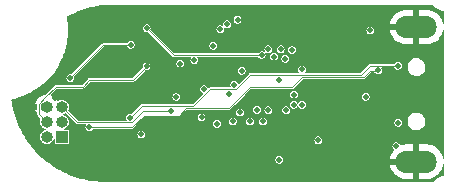
<source format=gbr>
%TF.GenerationSoftware,KiCad,Pcbnew,7.0.7*%
%TF.CreationDate,2023-12-11T16:01:13+01:00*%
%TF.ProjectId,ovrdrive,6f767264-7269-4766-952e-6b696361645f,rev?*%
%TF.SameCoordinates,Original*%
%TF.FileFunction,Copper,L3,Inr*%
%TF.FilePolarity,Positive*%
%FSLAX46Y46*%
G04 Gerber Fmt 4.6, Leading zero omitted, Abs format (unit mm)*
G04 Created by KiCad (PCBNEW 7.0.7) date 2023-12-11 16:01:13*
%MOMM*%
%LPD*%
G01*
G04 APERTURE LIST*
%TA.AperFunction,ComponentPad*%
%ADD10O,3.500000X1.900000*%
%TD*%
%TA.AperFunction,ComponentPad*%
%ADD11R,1.000000X1.000000*%
%TD*%
%TA.AperFunction,ComponentPad*%
%ADD12O,1.000000X1.000000*%
%TD*%
%TA.AperFunction,ViaPad*%
%ADD13C,0.460000*%
%TD*%
%TA.AperFunction,Conductor*%
%ADD14C,0.100000*%
%TD*%
G04 APERTURE END LIST*
D10*
%TO.N,GND*%
%TO.C,J1*%
X142100000Y-98500000D03*
X142100000Y-109900000D03*
%TD*%
D11*
%TO.N,/MISO*%
%TO.C,J3*%
X112070000Y-107800000D03*
D12*
%TO.N,+5V*%
X110800000Y-107800000D03*
%TO.N,/SCK*%
X112070000Y-106530000D03*
%TO.N,/MOSI*%
X110800000Y-106530000D03*
%TO.N,/~{RST}*%
X112070000Y-105260000D03*
%TO.N,GND*%
X110800000Y-105260000D03*
%TD*%
D13*
%TO.N,+1V8*%
X131750000Y-104220000D03*
X127300000Y-102200000D03*
X128600000Y-105500000D03*
X131000000Y-101200000D03*
%TO.N,/MOSI*%
X119243348Y-101843348D03*
%TO.N,/~{RST}*%
X121283771Y-105600000D03*
%TO.N,/INHIBIT*%
X117900000Y-100000000D03*
X112800000Y-102829500D03*
%TO.N,Net-(JP1-B)*%
X130500000Y-109750000D03*
%TO.N,/RB1*%
X131550000Y-100450000D03*
%TO.N,/RB0*%
X130050000Y-101010000D03*
%TO.N,/~{CE1}*%
X130450000Y-102950000D03*
%TO.N,/DQS*%
X129550000Y-105540500D03*
%TO.N,Net-(U2A-~{CE})*%
X122100000Y-101600000D03*
%TO.N,/~{CE3}*%
X131050000Y-105540500D03*
%TO.N,/~{CE2}*%
X131700000Y-105100000D03*
%TO.N,/~{RE}*%
X129550000Y-100400000D03*
%TO.N,/~{CE}*%
X119250000Y-98600000D03*
X128991864Y-100879856D03*
%TO.N,/~{WP}*%
X123900000Y-106150000D03*
%TO.N,/~{WE}*%
X125200000Y-106700000D03*
%TO.N,/ALE*%
X126550000Y-106500000D03*
%TO.N,/CLE*%
X127150000Y-105740500D03*
%TO.N,+3.3V*%
X128000000Y-106500000D03*
X130600000Y-100400000D03*
X140570500Y-106600000D03*
X132400000Y-102100000D03*
X129100000Y-106500000D03*
X123300000Y-101304500D03*
X132400000Y-105100000D03*
%TO.N,GND*%
X108900000Y-105600000D03*
X139600000Y-97400000D03*
X119800000Y-106500000D03*
X117600000Y-109800000D03*
X118200000Y-98400000D03*
X143600000Y-106600000D03*
X132350000Y-101200000D03*
X136500000Y-108600000D03*
X133000000Y-99000000D03*
X114600000Y-99200000D03*
X132500000Y-109000000D03*
X139750000Y-110950000D03*
X114100000Y-107900000D03*
X143600000Y-100400000D03*
X126950000Y-97150000D03*
X122550000Y-105950000D03*
X135500000Y-97050000D03*
X119900000Y-101300000D03*
X126400000Y-100400000D03*
X113350000Y-109800000D03*
X111500000Y-104500000D03*
X122100000Y-99400000D03*
X131000000Y-110600000D03*
X124600000Y-107400000D03*
X126300000Y-110800000D03*
X137000000Y-100400000D03*
X117600000Y-103800000D03*
%TO.N,+5V*%
X138200000Y-98800000D03*
X118800000Y-107600000D03*
X133800000Y-108095500D03*
%TO.N,/FD7*%
X126950000Y-97900000D03*
%TO.N,/FD6*%
X126072701Y-98279500D03*
%TO.N,/FD5*%
X125500000Y-98700000D03*
%TO.N,/FD4*%
X124900000Y-100100000D03*
%TO.N,/FD3*%
X126677375Y-103384648D03*
%TO.N,/FD2*%
X124104500Y-103764148D03*
%TO.N,/FD1*%
X121770207Y-104429793D03*
%TO.N,/FD0*%
X126204500Y-104150000D03*
%TO.N,VMEM*%
X140400000Y-108600000D03*
X137800000Y-104400000D03*
%TO.N,/IN1*%
X140520500Y-101800000D03*
X117845500Y-106200000D03*
%TO.N,/IN2*%
X138825627Y-102157685D03*
X114400000Y-107000000D03*
%TD*%
D14*
%TO.N,/MOSI*%
X113829619Y-103570381D02*
X114400000Y-103000000D01*
X114400000Y-103000000D02*
X116400000Y-103000000D01*
X110670381Y-104470381D02*
X111570381Y-103570381D01*
X119243348Y-101843348D02*
X118086696Y-103000000D01*
X110150000Y-104990761D02*
X110150000Y-105880000D01*
X110150000Y-105880000D02*
X110800000Y-106530000D01*
X110670381Y-104470381D02*
X110150000Y-104990761D01*
X118086696Y-103000000D02*
X116400000Y-103000000D01*
X111570381Y-103570381D02*
X113829619Y-103570381D01*
%TO.N,/~{RST}*%
X118982902Y-105600000D02*
X118002902Y-106580000D01*
X113390000Y-106580000D02*
X112070000Y-105260000D01*
X118002902Y-106580000D02*
X113390000Y-106580000D01*
X121283771Y-105600000D02*
X118982902Y-105600000D01*
%TO.N,/INHIBIT*%
X112800000Y-102800000D02*
X114700000Y-100900000D01*
X117900000Y-100000000D02*
X115600000Y-100000000D01*
X112800000Y-102829500D02*
X112800000Y-102800000D01*
X115600000Y-100000000D02*
X114700000Y-100900000D01*
%TO.N,/~{CE}*%
X121529856Y-100879856D02*
X119250000Y-98600000D01*
X128991864Y-100879856D02*
X121529856Y-100879856D01*
%TO.N,/IN1*%
X117845500Y-106200000D02*
X118845500Y-105200000D01*
X123207050Y-105200000D02*
X119800000Y-105200000D01*
X124642402Y-103764648D02*
X123207050Y-105200000D01*
X138000000Y-101950000D02*
X137380000Y-102570000D01*
X138150000Y-101800000D02*
X138172315Y-101777685D01*
X140498185Y-101777685D02*
X140520500Y-101800000D01*
X139577685Y-101777685D02*
X140498185Y-101777685D01*
X137380000Y-102570000D02*
X128029425Y-102570000D01*
X138000000Y-101950000D02*
X138150000Y-101800000D01*
X138172315Y-101777685D02*
X139577685Y-101777685D01*
X126834777Y-103764648D02*
X124642402Y-103764648D01*
X128029425Y-102570000D02*
X126834777Y-103764648D01*
X118845500Y-105200000D02*
X119800000Y-105200000D01*
%TO.N,/IN2*%
X132430000Y-102770000D02*
X137630000Y-102770000D01*
X114400000Y-107000000D02*
X118000000Y-107000000D01*
X137630000Y-102770000D02*
X138200000Y-102200000D01*
X118000000Y-107000000D02*
X119000000Y-106000000D01*
X126200000Y-105400000D02*
X128000000Y-103600000D01*
X121962598Y-106000000D02*
X122562598Y-105400000D01*
X131600000Y-103600000D02*
X132430000Y-102770000D01*
X128000000Y-103600000D02*
X131600000Y-103600000D01*
X122562598Y-105400000D02*
X126200000Y-105400000D01*
X138783312Y-102200000D02*
X138825627Y-102157685D01*
X138200000Y-102200000D02*
X138783312Y-102200000D01*
X119000000Y-106000000D02*
X121962598Y-106000000D01*
%TD*%
%TA.AperFunction,Conductor*%
%TO.N,GND*%
G36*
X110518440Y-105020352D02*
G01*
X110532792Y-105055000D01*
X110521328Y-105086497D01*
X110514198Y-105094993D01*
X110488409Y-105165852D01*
X110475000Y-105202694D01*
X110475000Y-105317306D01*
X110487081Y-105350500D01*
X110514198Y-105425006D01*
X110521328Y-105433503D01*
X110532606Y-105469270D01*
X110515289Y-105502536D01*
X110483792Y-105514000D01*
X110349500Y-105514000D01*
X110314852Y-105499648D01*
X110300500Y-105465000D01*
X110300500Y-105073395D01*
X110314851Y-105038748D01*
X110333249Y-105020350D01*
X110367896Y-105006000D01*
X110483792Y-105006000D01*
X110518440Y-105020352D01*
G37*
%TD.AperFunction*%
%TA.AperFunction,Conductor*%
G36*
X143496587Y-96638571D02*
G01*
X143498948Y-96641105D01*
X143535977Y-96683793D01*
X143557533Y-96708643D01*
X143725459Y-96856897D01*
X143798720Y-96906051D01*
X143911470Y-96981700D01*
X144112322Y-97080875D01*
X144324501Y-97152687D01*
X144394379Y-97166368D01*
X144425623Y-97187109D01*
X144433963Y-97214455D01*
X144433963Y-98243065D01*
X144419611Y-98277713D01*
X144384963Y-98292065D01*
X144350315Y-98277713D01*
X144336631Y-98251130D01*
X144318229Y-98140853D01*
X144239774Y-97912323D01*
X144239770Y-97912313D01*
X144124777Y-97699825D01*
X144124768Y-97699811D01*
X143976364Y-97509141D01*
X143798588Y-97345488D01*
X143596313Y-97213335D01*
X143596307Y-97213331D01*
X143375036Y-97116273D01*
X143375037Y-97116273D01*
X143140801Y-97056956D01*
X142960303Y-97042000D01*
X142354000Y-97042000D01*
X142354000Y-98001000D01*
X142339648Y-98035648D01*
X142305000Y-98050000D01*
X141895000Y-98050000D01*
X141860352Y-98035648D01*
X141846000Y-98001000D01*
X141846000Y-97042000D01*
X141239697Y-97042000D01*
X141059198Y-97056956D01*
X140824963Y-97116273D01*
X140603692Y-97213331D01*
X140603686Y-97213335D01*
X140401411Y-97345488D01*
X140223635Y-97509141D01*
X140075231Y-97699811D01*
X140075222Y-97699825D01*
X139960229Y-97912313D01*
X139960225Y-97912323D01*
X139881770Y-98140853D01*
X139864225Y-98246000D01*
X140842162Y-98246000D01*
X140876810Y-98260352D01*
X140891162Y-98295000D01*
X140884597Y-98319497D01*
X140877371Y-98332013D01*
X140876376Y-98333738D01*
X140876374Y-98333744D01*
X140846190Y-98465988D01*
X140846190Y-98465991D01*
X140846190Y-98465992D01*
X140847561Y-98484282D01*
X140856326Y-98601260D01*
X140856326Y-98601262D01*
X140856327Y-98601265D01*
X140890014Y-98687099D01*
X140889314Y-98724594D01*
X140862304Y-98750613D01*
X140844402Y-98754000D01*
X139864225Y-98754000D01*
X139881770Y-98859146D01*
X139960225Y-99087676D01*
X139960229Y-99087686D01*
X140075222Y-99300174D01*
X140075231Y-99300188D01*
X140223635Y-99490858D01*
X140401411Y-99654511D01*
X140603686Y-99786664D01*
X140603692Y-99786668D01*
X140824963Y-99883726D01*
X140824962Y-99883726D01*
X141059198Y-99943043D01*
X141239697Y-99958000D01*
X141846000Y-99958000D01*
X141846000Y-98999000D01*
X141860352Y-98964352D01*
X141895000Y-98950000D01*
X142305000Y-98950000D01*
X142339648Y-98964352D01*
X142354000Y-98999000D01*
X142354000Y-99958000D01*
X142960303Y-99958000D01*
X143140801Y-99943043D01*
X143375036Y-99883726D01*
X143596307Y-99786668D01*
X143596313Y-99786664D01*
X143798588Y-99654511D01*
X143976364Y-99490858D01*
X144124768Y-99300188D01*
X144124777Y-99300174D01*
X144239770Y-99087686D01*
X144239774Y-99087676D01*
X144318229Y-98859146D01*
X144336631Y-98748869D01*
X144356490Y-98717056D01*
X144393028Y-98708602D01*
X144424841Y-98728461D01*
X144433963Y-98756934D01*
X144433963Y-109643065D01*
X144419611Y-109677713D01*
X144384963Y-109692065D01*
X144350315Y-109677713D01*
X144336631Y-109651130D01*
X144318229Y-109540853D01*
X144239774Y-109312323D01*
X144239770Y-109312313D01*
X144124777Y-109099825D01*
X144124768Y-109099811D01*
X143976364Y-108909141D01*
X143798588Y-108745488D01*
X143596313Y-108613335D01*
X143596307Y-108613331D01*
X143375036Y-108516273D01*
X143375037Y-108516273D01*
X143140801Y-108456956D01*
X142960303Y-108442000D01*
X142354000Y-108442000D01*
X142354000Y-109401000D01*
X142339648Y-109435648D01*
X142305000Y-109450000D01*
X141895000Y-109450000D01*
X141860352Y-109435648D01*
X141846000Y-109401000D01*
X141846000Y-108442000D01*
X141239697Y-108442000D01*
X141059198Y-108456956D01*
X140824962Y-108516273D01*
X140824958Y-108516274D01*
X140785418Y-108533618D01*
X140747923Y-108534393D01*
X140720863Y-108508427D01*
X140717482Y-108497260D01*
X140715359Y-108485219D01*
X140681169Y-108426000D01*
X140657084Y-108384283D01*
X140657082Y-108384280D01*
X140567799Y-108309364D01*
X140567797Y-108309363D01*
X140458276Y-108269500D01*
X140341724Y-108269500D01*
X140232202Y-108309363D01*
X140232200Y-108309364D01*
X140142917Y-108384280D01*
X140142915Y-108384283D01*
X140084641Y-108485216D01*
X140064402Y-108600000D01*
X140084641Y-108714783D01*
X140142915Y-108815716D01*
X140142917Y-108815719D01*
X140199551Y-108863240D01*
X140216868Y-108896505D01*
X140206722Y-108930872D01*
X140075231Y-109099811D01*
X140075222Y-109099825D01*
X139960229Y-109312313D01*
X139960225Y-109312323D01*
X139881770Y-109540853D01*
X139864225Y-109646000D01*
X140842162Y-109646000D01*
X140876810Y-109660352D01*
X140891162Y-109695000D01*
X140884597Y-109719497D01*
X140877371Y-109732013D01*
X140876376Y-109733738D01*
X140876374Y-109733744D01*
X140846190Y-109865988D01*
X140856326Y-110001260D01*
X140856326Y-110001262D01*
X140856327Y-110001265D01*
X140890014Y-110087099D01*
X140889314Y-110124594D01*
X140862304Y-110150613D01*
X140844402Y-110154000D01*
X139864225Y-110154000D01*
X139881770Y-110259146D01*
X139960225Y-110487676D01*
X139960229Y-110487686D01*
X140075222Y-110700174D01*
X140075231Y-110700188D01*
X140223635Y-110890858D01*
X140401411Y-111054511D01*
X140603686Y-111186664D01*
X140603692Y-111186668D01*
X140824963Y-111283726D01*
X140824962Y-111283726D01*
X141059198Y-111343043D01*
X141239697Y-111358000D01*
X141846000Y-111358000D01*
X141846000Y-110399000D01*
X141860352Y-110364352D01*
X141895000Y-110350000D01*
X142305000Y-110350000D01*
X142339648Y-110364352D01*
X142354000Y-110399000D01*
X142354000Y-111358000D01*
X142960303Y-111358000D01*
X143140801Y-111343043D01*
X143375036Y-111283726D01*
X143596307Y-111186668D01*
X143596313Y-111186664D01*
X143798588Y-111054511D01*
X143976364Y-110890858D01*
X144124768Y-110700188D01*
X144124777Y-110700174D01*
X144239770Y-110487686D01*
X144239774Y-110487676D01*
X144318229Y-110259146D01*
X144336631Y-110148869D01*
X144356490Y-110117056D01*
X144393028Y-110108602D01*
X144424841Y-110128461D01*
X144433963Y-110156934D01*
X144433963Y-111032991D01*
X144419611Y-111067639D01*
X144394378Y-111081078D01*
X144324505Y-111094758D01*
X144324503Y-111094758D01*
X144324501Y-111094759D01*
X144251675Y-111119405D01*
X144112321Y-111166568D01*
X143911471Y-111265739D01*
X143911472Y-111265739D01*
X143773957Y-111358000D01*
X143725451Y-111390543D01*
X143557531Y-111538785D01*
X143498939Y-111606328D01*
X143465393Y-111623096D01*
X143461925Y-111623219D01*
X115820682Y-111623219D01*
X115820286Y-111623055D01*
X115800496Y-111623215D01*
X115800022Y-111623218D01*
X115799996Y-111623218D01*
X115541709Y-111616709D01*
X115464090Y-111614754D01*
X115268165Y-111609523D01*
X115266585Y-111609430D01*
X114964291Y-111581768D01*
X114729708Y-111559184D01*
X114728217Y-111558995D01*
X114438367Y-111513018D01*
X114195887Y-111472597D01*
X114194488Y-111472322D01*
X113912514Y-111408267D01*
X113776671Y-111375831D01*
X113669133Y-111350153D01*
X113667835Y-111349805D01*
X113392972Y-111267952D01*
X113151900Y-111192429D01*
X113150696Y-111192017D01*
X112883164Y-111092690D01*
X112646546Y-111000152D01*
X112645444Y-110999690D01*
X112385860Y-110883281D01*
X112307264Y-110846087D01*
X112155375Y-110774208D01*
X112154376Y-110773707D01*
X111903535Y-110640678D01*
X111680152Y-110515371D01*
X111635367Y-110487686D01*
X111438523Y-110366000D01*
X111436009Y-110364352D01*
X111275578Y-110259146D01*
X111224033Y-110225344D01*
X110992980Y-110060483D01*
X110788583Y-109905220D01*
X110598897Y-109750000D01*
X130164402Y-109750000D01*
X130184641Y-109864783D01*
X130242915Y-109965716D01*
X130242917Y-109965719D01*
X130285280Y-110001265D01*
X130332201Y-110040636D01*
X130441724Y-110080500D01*
X130558276Y-110080500D01*
X130667799Y-110040636D01*
X130757083Y-109965718D01*
X130815359Y-109864781D01*
X130835598Y-109750000D01*
X130815359Y-109635219D01*
X130815358Y-109635217D01*
X130815358Y-109635216D01*
X130757084Y-109534283D01*
X130757082Y-109534280D01*
X130667799Y-109459364D01*
X130667797Y-109459363D01*
X130558276Y-109419500D01*
X130441724Y-109419500D01*
X130332202Y-109459363D01*
X130332200Y-109459364D01*
X130242917Y-109534280D01*
X130242915Y-109534283D01*
X130184641Y-109635216D01*
X130164402Y-109750000D01*
X110598897Y-109750000D01*
X110569006Y-109725540D01*
X110562104Y-109719501D01*
X110375769Y-109556456D01*
X110168552Y-109362691D01*
X109987508Y-109180688D01*
X109793453Y-108973580D01*
X109625555Y-108779640D01*
X109445448Y-108559994D01*
X109291586Y-108355205D01*
X109280153Y-108339216D01*
X109126421Y-108124218D01*
X109125834Y-108123357D01*
X109016008Y-107953934D01*
X108987127Y-107909380D01*
X108922370Y-107804863D01*
X108837260Y-107667493D01*
X108836669Y-107666485D01*
X108810663Y-107619545D01*
X108713563Y-107444283D01*
X108680234Y-107381591D01*
X108616012Y-107260787D01*
X108579583Y-107192263D01*
X108579015Y-107191125D01*
X108472168Y-106962224D01*
X108354557Y-106700666D01*
X108354051Y-106699455D01*
X108264102Y-106465826D01*
X108254721Y-106440636D01*
X108163205Y-106194902D01*
X108162772Y-106193627D01*
X108090489Y-105958550D01*
X108006458Y-105677414D01*
X108006082Y-105675999D01*
X107952549Y-105446437D01*
X107885001Y-105150467D01*
X107884702Y-105148934D01*
X107861651Y-105006000D01*
X109823692Y-105006000D01*
X109950500Y-105006000D01*
X109985148Y-105020352D01*
X109999500Y-105055000D01*
X109999500Y-105465000D01*
X109985148Y-105499648D01*
X109950500Y-105514000D01*
X109823693Y-105514000D01*
X109864223Y-105647608D01*
X109864226Y-105647615D01*
X109957826Y-105822727D01*
X109957828Y-105822730D01*
X109988377Y-105859952D01*
X109999500Y-105891038D01*
X109999500Y-105920327D01*
X110006531Y-105932505D01*
X110011425Y-105944322D01*
X110015063Y-105957900D01*
X110015064Y-105957902D01*
X110015065Y-105957904D01*
X110072095Y-106014935D01*
X110078986Y-106021826D01*
X110078989Y-106021828D01*
X110254906Y-106197745D01*
X110269258Y-106232393D01*
X110265528Y-106251144D01*
X110214955Y-106373238D01*
X110194318Y-106529999D01*
X110214955Y-106686761D01*
X110275461Y-106832836D01*
X110275464Y-106832841D01*
X110366297Y-106951218D01*
X110371718Y-106958282D01*
X110497159Y-107054536D01*
X110497161Y-107054536D01*
X110497163Y-107054538D01*
X110643238Y-107115044D01*
X110653681Y-107116419D01*
X110686159Y-107135171D01*
X110695866Y-107171396D01*
X110677114Y-107203874D01*
X110653681Y-107213581D01*
X110643238Y-107214955D01*
X110497163Y-107275461D01*
X110497158Y-107275464D01*
X110371718Y-107371717D01*
X110371717Y-107371718D01*
X110275464Y-107497158D01*
X110275461Y-107497163D01*
X110214955Y-107643238D01*
X110194318Y-107800000D01*
X110214955Y-107956761D01*
X110275461Y-108102836D01*
X110275464Y-108102841D01*
X110371718Y-108228282D01*
X110497159Y-108324536D01*
X110497161Y-108324536D01*
X110497163Y-108324538D01*
X110571200Y-108355205D01*
X110643238Y-108385044D01*
X110800000Y-108405682D01*
X110956762Y-108385044D01*
X111102841Y-108324536D01*
X111228282Y-108228282D01*
X111324536Y-108102841D01*
X111375231Y-107980451D01*
X111401748Y-107953934D01*
X111439251Y-107953934D01*
X111465770Y-107980452D01*
X111469500Y-107999204D01*
X111469500Y-108309894D01*
X111469501Y-108309898D01*
X111475331Y-108339213D01*
X111475331Y-108339214D01*
X111475332Y-108339215D01*
X111475332Y-108339216D01*
X111497542Y-108372456D01*
X111497543Y-108372457D01*
X111530787Y-108394669D01*
X111560101Y-108400500D01*
X112579898Y-108400499D01*
X112609213Y-108394669D01*
X112642457Y-108372457D01*
X112664669Y-108339213D01*
X112670500Y-108309899D01*
X112670500Y-108095500D01*
X133464402Y-108095500D01*
X133469314Y-108123357D01*
X133484641Y-108210283D01*
X133542915Y-108311216D01*
X133542917Y-108311219D01*
X133615898Y-108372456D01*
X133632201Y-108386136D01*
X133741724Y-108426000D01*
X133858276Y-108426000D01*
X133967799Y-108386136D01*
X134057083Y-108311218D01*
X134115359Y-108210281D01*
X134135598Y-108095500D01*
X134115359Y-107980719D01*
X134115358Y-107980717D01*
X134115358Y-107980716D01*
X134057084Y-107879783D01*
X134057082Y-107879780D01*
X133967799Y-107804864D01*
X133967797Y-107804863D01*
X133858276Y-107765000D01*
X133741724Y-107765000D01*
X133632202Y-107804863D01*
X133632200Y-107804864D01*
X133542917Y-107879780D01*
X133542915Y-107879783D01*
X133484641Y-107980716D01*
X133470764Y-108059419D01*
X133464402Y-108095500D01*
X112670500Y-108095500D01*
X112670499Y-107600000D01*
X118464402Y-107600000D01*
X118484641Y-107714783D01*
X118542915Y-107815716D01*
X118542917Y-107815719D01*
X118619263Y-107879780D01*
X118632201Y-107890636D01*
X118741724Y-107930500D01*
X118858276Y-107930500D01*
X118967799Y-107890636D01*
X119057083Y-107815718D01*
X119115359Y-107714781D01*
X119135598Y-107600000D01*
X119115359Y-107485219D01*
X119115358Y-107485217D01*
X119115358Y-107485216D01*
X119057084Y-107384283D01*
X119057082Y-107384280D01*
X118967799Y-107309364D01*
X118967797Y-107309363D01*
X118858276Y-107269500D01*
X118741724Y-107269500D01*
X118632202Y-107309363D01*
X118632200Y-107309364D01*
X118542917Y-107384280D01*
X118542915Y-107384283D01*
X118484641Y-107485216D01*
X118464402Y-107600000D01*
X112670499Y-107600000D01*
X112670499Y-107290102D01*
X112664669Y-107260787D01*
X112664667Y-107260784D01*
X112664667Y-107260783D01*
X112642457Y-107227543D01*
X112609212Y-107205330D01*
X112579904Y-107199500D01*
X112269205Y-107199500D01*
X112234557Y-107185148D01*
X112220205Y-107150500D01*
X112234557Y-107115852D01*
X112250452Y-107105231D01*
X112372841Y-107054536D01*
X112498282Y-106958282D01*
X112594536Y-106832841D01*
X112655044Y-106686762D01*
X112675682Y-106530000D01*
X112655044Y-106373238D01*
X112630830Y-106314781D01*
X112594538Y-106227163D01*
X112594535Y-106227158D01*
X112580880Y-106209363D01*
X112498282Y-106101718D01*
X112458249Y-106071000D01*
X112372841Y-106005464D01*
X112372836Y-106005461D01*
X112226761Y-105944955D01*
X112216319Y-105943581D01*
X112183840Y-105924830D01*
X112174133Y-105888605D01*
X112192884Y-105856126D01*
X112216319Y-105846419D01*
X112219331Y-105846022D01*
X112226762Y-105845044D01*
X112348856Y-105794471D01*
X112386357Y-105794471D01*
X112402254Y-105805093D01*
X113255065Y-106657904D01*
X113312096Y-106714935D01*
X113325678Y-106718573D01*
X113337491Y-106723466D01*
X113349673Y-106730500D01*
X113430326Y-106730501D01*
X113430328Y-106730500D01*
X114089097Y-106730500D01*
X114123745Y-106744852D01*
X114138097Y-106779500D01*
X114131532Y-106804000D01*
X114084641Y-106885216D01*
X114064402Y-107000000D01*
X114084641Y-107114783D01*
X114142915Y-107215716D01*
X114142917Y-107215719D01*
X114196627Y-107260786D01*
X114232201Y-107290636D01*
X114341724Y-107330500D01*
X114458276Y-107330500D01*
X114567799Y-107290636D01*
X114657083Y-107215718D01*
X114680591Y-107175000D01*
X114710345Y-107152170D01*
X114723027Y-107150500D01*
X118040327Y-107150500D01*
X118052501Y-107143469D01*
X118064319Y-107138574D01*
X118077904Y-107134935D01*
X118134935Y-107077905D01*
X118134935Y-107077903D01*
X118141824Y-107071015D01*
X118141826Y-107071011D01*
X118512837Y-106700000D01*
X124864402Y-106700000D01*
X124884641Y-106814783D01*
X124942915Y-106915716D01*
X124942917Y-106915719D01*
X125019825Y-106980251D01*
X125032201Y-106990636D01*
X125141724Y-107030500D01*
X125258276Y-107030500D01*
X125367799Y-106990636D01*
X125457083Y-106915718D01*
X125509460Y-106824999D01*
X125515358Y-106814783D01*
X125515358Y-106814782D01*
X125515359Y-106814781D01*
X125535598Y-106700000D01*
X125515359Y-106585219D01*
X125515358Y-106585217D01*
X125515358Y-106585216D01*
X125466158Y-106500000D01*
X126214402Y-106500000D01*
X126234641Y-106614783D01*
X126292915Y-106715716D01*
X126292917Y-106715719D01*
X126368930Y-106779500D01*
X126382201Y-106790636D01*
X126491724Y-106830500D01*
X126608276Y-106830500D01*
X126717799Y-106790636D01*
X126807083Y-106715718D01*
X126854186Y-106634133D01*
X126865358Y-106614783D01*
X126865358Y-106614782D01*
X126865359Y-106614781D01*
X126885598Y-106500000D01*
X127664402Y-106500000D01*
X127684641Y-106614783D01*
X127742915Y-106715716D01*
X127742917Y-106715719D01*
X127818930Y-106779500D01*
X127832201Y-106790636D01*
X127941724Y-106830500D01*
X128058276Y-106830500D01*
X128167799Y-106790636D01*
X128257083Y-106715718D01*
X128304186Y-106634133D01*
X128315358Y-106614783D01*
X128315358Y-106614782D01*
X128315359Y-106614781D01*
X128335598Y-106500000D01*
X128764402Y-106500000D01*
X128784641Y-106614783D01*
X128842915Y-106715716D01*
X128842917Y-106715719D01*
X128918930Y-106779500D01*
X128932201Y-106790636D01*
X129041724Y-106830500D01*
X129158276Y-106830500D01*
X129267799Y-106790636D01*
X129357083Y-106715718D01*
X129404186Y-106634133D01*
X129415358Y-106614783D01*
X129415358Y-106614782D01*
X129415359Y-106614781D01*
X129417965Y-106600000D01*
X140234902Y-106600000D01*
X140255141Y-106714783D01*
X140313415Y-106815716D01*
X140313417Y-106815719D01*
X140387408Y-106877804D01*
X140402701Y-106890636D01*
X140512224Y-106930500D01*
X140628776Y-106930500D01*
X140738299Y-106890636D01*
X140827583Y-106815718D01*
X140884745Y-106716710D01*
X140885858Y-106714783D01*
X140885858Y-106714782D01*
X140885859Y-106714781D01*
X140906098Y-106600000D01*
X140896212Y-106543935D01*
X141345669Y-106543935D01*
X141376135Y-106716711D01*
X141425218Y-106830500D01*
X141445624Y-106877806D01*
X141529623Y-106990635D01*
X141550390Y-107018530D01*
X141684786Y-107131302D01*
X141841567Y-107210040D01*
X142012279Y-107250500D01*
X142012280Y-107250500D01*
X142143705Y-107250500D01*
X142143709Y-107250500D01*
X142274255Y-107235241D01*
X142439117Y-107175237D01*
X142585696Y-107078830D01*
X142608615Y-107054538D01*
X142706087Y-106951223D01*
X142706092Y-106951218D01*
X142793812Y-106799281D01*
X142844130Y-106631210D01*
X142854331Y-106456065D01*
X142823865Y-106283289D01*
X142754377Y-106122196D01*
X142739473Y-106102177D01*
X142689625Y-106035219D01*
X142649610Y-105981470D01*
X142621520Y-105957900D01*
X142515214Y-105868698D01*
X142358434Y-105789960D01*
X142358432Y-105789959D01*
X142216066Y-105756218D01*
X142187721Y-105749500D01*
X142056291Y-105749500D01*
X141969260Y-105759672D01*
X141925743Y-105764759D01*
X141925742Y-105764760D01*
X141760883Y-105824762D01*
X141614305Y-105921169D01*
X141614299Y-105921173D01*
X141493912Y-106048776D01*
X141493907Y-106048783D01*
X141406189Y-106200716D01*
X141406185Y-106200725D01*
X141355871Y-106368785D01*
X141355869Y-106368792D01*
X141345669Y-106543931D01*
X141345669Y-106543935D01*
X140896212Y-106543935D01*
X140885859Y-106485219D01*
X140885858Y-106485217D01*
X140885858Y-106485216D01*
X140827584Y-106384283D01*
X140827582Y-106384280D01*
X140738299Y-106309364D01*
X140738297Y-106309363D01*
X140628776Y-106269500D01*
X140512224Y-106269500D01*
X140402702Y-106309363D01*
X140402700Y-106309364D01*
X140313417Y-106384280D01*
X140313415Y-106384283D01*
X140255141Y-106485216D01*
X140234902Y-106600000D01*
X129417965Y-106600000D01*
X129435598Y-106500000D01*
X129415359Y-106385219D01*
X129415358Y-106385217D01*
X129415358Y-106385216D01*
X129357084Y-106284283D01*
X129357082Y-106284280D01*
X129267799Y-106209364D01*
X129267797Y-106209363D01*
X129158276Y-106169500D01*
X129041724Y-106169500D01*
X128932202Y-106209363D01*
X128932200Y-106209364D01*
X128842917Y-106284280D01*
X128842915Y-106284283D01*
X128784641Y-106385216D01*
X128764402Y-106500000D01*
X128335598Y-106500000D01*
X128315359Y-106385219D01*
X128315358Y-106385217D01*
X128315358Y-106385216D01*
X128257084Y-106284283D01*
X128257082Y-106284280D01*
X128167799Y-106209364D01*
X128167797Y-106209363D01*
X128058276Y-106169500D01*
X127941724Y-106169500D01*
X127832202Y-106209363D01*
X127832200Y-106209364D01*
X127742917Y-106284280D01*
X127742915Y-106284283D01*
X127684641Y-106385216D01*
X127664402Y-106500000D01*
X126885598Y-106500000D01*
X126865359Y-106385219D01*
X126865358Y-106385217D01*
X126865358Y-106385216D01*
X126807084Y-106284283D01*
X126807082Y-106284280D01*
X126717799Y-106209364D01*
X126717797Y-106209363D01*
X126608276Y-106169500D01*
X126491724Y-106169500D01*
X126382202Y-106209363D01*
X126382200Y-106209364D01*
X126292917Y-106284280D01*
X126292915Y-106284283D01*
X126234641Y-106385216D01*
X126214402Y-106500000D01*
X125466158Y-106500000D01*
X125457084Y-106484283D01*
X125457082Y-106484280D01*
X125367799Y-106409364D01*
X125367797Y-106409363D01*
X125258276Y-106369500D01*
X125141724Y-106369500D01*
X125032202Y-106409363D01*
X125032200Y-106409364D01*
X124942917Y-106484280D01*
X124942915Y-106484283D01*
X124884641Y-106585216D01*
X124864402Y-106700000D01*
X118512837Y-106700000D01*
X119047986Y-106164852D01*
X119082635Y-106150500D01*
X122002925Y-106150500D01*
X122003791Y-106150000D01*
X123564402Y-106150000D01*
X123584641Y-106264783D01*
X123642915Y-106365716D01*
X123642917Y-106365719D01*
X123702505Y-106415718D01*
X123732201Y-106440636D01*
X123841724Y-106480500D01*
X123958276Y-106480500D01*
X124067799Y-106440636D01*
X124157083Y-106365718D01*
X124204673Y-106283289D01*
X124215358Y-106264783D01*
X124215358Y-106264782D01*
X124215359Y-106264781D01*
X124235598Y-106150000D01*
X124215359Y-106035219D01*
X124215358Y-106035217D01*
X124215358Y-106035216D01*
X124157084Y-105934283D01*
X124157082Y-105934280D01*
X124067799Y-105859364D01*
X124067797Y-105859363D01*
X123958276Y-105819500D01*
X123841724Y-105819500D01*
X123732202Y-105859363D01*
X123732200Y-105859364D01*
X123642917Y-105934280D01*
X123642915Y-105934283D01*
X123584641Y-106035216D01*
X123564402Y-106150000D01*
X122003791Y-106150000D01*
X122015099Y-106143469D01*
X122026917Y-106138574D01*
X122040502Y-106134935D01*
X122097533Y-106077905D01*
X122097533Y-106077903D01*
X122104422Y-106071015D01*
X122104424Y-106071011D01*
X122434936Y-105740500D01*
X126814402Y-105740500D01*
X126834641Y-105855283D01*
X126892915Y-105956216D01*
X126892917Y-105956219D01*
X126962893Y-106014935D01*
X126982201Y-106031136D01*
X127091724Y-106071000D01*
X127208276Y-106071000D01*
X127317799Y-106031136D01*
X127405076Y-105957902D01*
X127407082Y-105956219D01*
X127407084Y-105956216D01*
X127465358Y-105855283D01*
X127465358Y-105855282D01*
X127465359Y-105855281D01*
X127485598Y-105740500D01*
X127465359Y-105625719D01*
X127465358Y-105625717D01*
X127465358Y-105625716D01*
X127407084Y-105524783D01*
X127407082Y-105524780D01*
X127377550Y-105500000D01*
X128264402Y-105500000D01*
X128284641Y-105614783D01*
X128342915Y-105715716D01*
X128342917Y-105715719D01*
X128417820Y-105778569D01*
X128432201Y-105790636D01*
X128541724Y-105830500D01*
X128658276Y-105830500D01*
X128767799Y-105790636D01*
X128857083Y-105715718D01*
X128915359Y-105614781D01*
X128928457Y-105540500D01*
X129214402Y-105540500D01*
X129234641Y-105655283D01*
X129292915Y-105756216D01*
X129292917Y-105756219D01*
X129366142Y-105817661D01*
X129382201Y-105831136D01*
X129491724Y-105871000D01*
X129608276Y-105871000D01*
X129717799Y-105831136D01*
X129807083Y-105756218D01*
X129852569Y-105677434D01*
X129865358Y-105655283D01*
X129865358Y-105655282D01*
X129865359Y-105655281D01*
X129885598Y-105540500D01*
X130714402Y-105540500D01*
X130734641Y-105655283D01*
X130792915Y-105756216D01*
X130792917Y-105756219D01*
X130866142Y-105817661D01*
X130882201Y-105831136D01*
X130991724Y-105871000D01*
X131108276Y-105871000D01*
X131217799Y-105831136D01*
X131307083Y-105756218D01*
X131352569Y-105677434D01*
X131365358Y-105655283D01*
X131365358Y-105655282D01*
X131365359Y-105655281D01*
X131385598Y-105540500D01*
X131365359Y-105425719D01*
X131365358Y-105425717D01*
X131365358Y-105425716D01*
X131307084Y-105324783D01*
X131307082Y-105324780D01*
X131217799Y-105249864D01*
X131217797Y-105249863D01*
X131108276Y-105210000D01*
X130991724Y-105210000D01*
X130882202Y-105249863D01*
X130882200Y-105249864D01*
X130792917Y-105324780D01*
X130792915Y-105324783D01*
X130734641Y-105425716D01*
X130714402Y-105540500D01*
X129885598Y-105540500D01*
X129865359Y-105425719D01*
X129865358Y-105425717D01*
X129865358Y-105425716D01*
X129807084Y-105324783D01*
X129807082Y-105324780D01*
X129717799Y-105249864D01*
X129717797Y-105249863D01*
X129608276Y-105210000D01*
X129491724Y-105210000D01*
X129382202Y-105249863D01*
X129382200Y-105249864D01*
X129292917Y-105324780D01*
X129292915Y-105324783D01*
X129234641Y-105425716D01*
X129214402Y-105540500D01*
X128928457Y-105540500D01*
X128935598Y-105500000D01*
X128915359Y-105385219D01*
X128915358Y-105385217D01*
X128915358Y-105385216D01*
X128857084Y-105284283D01*
X128857082Y-105284280D01*
X128767799Y-105209364D01*
X128767797Y-105209363D01*
X128658276Y-105169500D01*
X128541724Y-105169500D01*
X128432202Y-105209363D01*
X128432200Y-105209364D01*
X128342917Y-105284280D01*
X128342915Y-105284283D01*
X128284641Y-105385216D01*
X128264402Y-105500000D01*
X127377550Y-105500000D01*
X127317799Y-105449864D01*
X127317797Y-105449863D01*
X127208276Y-105410000D01*
X127091724Y-105410000D01*
X126982202Y-105449863D01*
X126982200Y-105449864D01*
X126892917Y-105524780D01*
X126892915Y-105524783D01*
X126834641Y-105625716D01*
X126814402Y-105740500D01*
X122434936Y-105740500D01*
X122610584Y-105564852D01*
X122645233Y-105550500D01*
X126240327Y-105550500D01*
X126252501Y-105543469D01*
X126264319Y-105538574D01*
X126277904Y-105534935D01*
X126334935Y-105477905D01*
X126334935Y-105477903D01*
X126341824Y-105471015D01*
X126341826Y-105471011D01*
X126712837Y-105100000D01*
X131364402Y-105100000D01*
X131384641Y-105214783D01*
X131442915Y-105315716D01*
X131442917Y-105315719D01*
X131506579Y-105369137D01*
X131532201Y-105390636D01*
X131641724Y-105430500D01*
X131758276Y-105430500D01*
X131867799Y-105390636D01*
X131946283Y-105324780D01*
X131957082Y-105315719D01*
X131957082Y-105315718D01*
X131957083Y-105315718D01*
X132007565Y-105228280D01*
X132037316Y-105205451D01*
X132074498Y-105210345D01*
X132092434Y-105228281D01*
X132142915Y-105315716D01*
X132142917Y-105315719D01*
X132206579Y-105369137D01*
X132232201Y-105390636D01*
X132341724Y-105430500D01*
X132458276Y-105430500D01*
X132567799Y-105390636D01*
X132646283Y-105324780D01*
X132657082Y-105315719D01*
X132657084Y-105315716D01*
X132715358Y-105214783D01*
X132715358Y-105214782D01*
X132715359Y-105214781D01*
X132735598Y-105100000D01*
X132715359Y-104985219D01*
X132715358Y-104985217D01*
X132715358Y-104985216D01*
X132657084Y-104884283D01*
X132657082Y-104884280D01*
X132567799Y-104809364D01*
X132567797Y-104809363D01*
X132458276Y-104769500D01*
X132341724Y-104769500D01*
X132232202Y-104809363D01*
X132232200Y-104809364D01*
X132142917Y-104884280D01*
X132142915Y-104884283D01*
X132092434Y-104971718D01*
X132062681Y-104994548D01*
X132025499Y-104989653D01*
X132007564Y-104971718D01*
X131999158Y-104957159D01*
X131973581Y-104912857D01*
X131957084Y-104884283D01*
X131957082Y-104884280D01*
X131867799Y-104809364D01*
X131867797Y-104809363D01*
X131758276Y-104769500D01*
X131641724Y-104769500D01*
X131532202Y-104809363D01*
X131532200Y-104809364D01*
X131442917Y-104884280D01*
X131442915Y-104884283D01*
X131384641Y-104985216D01*
X131364402Y-105100000D01*
X126712837Y-105100000D01*
X127592838Y-104220000D01*
X131414402Y-104220000D01*
X131434641Y-104334783D01*
X131492915Y-104435716D01*
X131492917Y-104435719D01*
X131546286Y-104480500D01*
X131582201Y-104510636D01*
X131691724Y-104550500D01*
X131808276Y-104550500D01*
X131917799Y-104510636D01*
X132007083Y-104435718D01*
X132027705Y-104400000D01*
X137464402Y-104400000D01*
X137484641Y-104514783D01*
X137542915Y-104615716D01*
X137542917Y-104615719D01*
X137608188Y-104670487D01*
X137632201Y-104690636D01*
X137741724Y-104730500D01*
X137858276Y-104730500D01*
X137967799Y-104690636D01*
X138057083Y-104615718D01*
X138115359Y-104514781D01*
X138135598Y-104400000D01*
X138115359Y-104285219D01*
X138115358Y-104285217D01*
X138115358Y-104285216D01*
X138057084Y-104184283D01*
X138057082Y-104184280D01*
X137967799Y-104109364D01*
X137967797Y-104109363D01*
X137858276Y-104069500D01*
X137741724Y-104069500D01*
X137632202Y-104109363D01*
X137632200Y-104109364D01*
X137542917Y-104184280D01*
X137542915Y-104184283D01*
X137484641Y-104285216D01*
X137464402Y-104400000D01*
X132027705Y-104400000D01*
X132065359Y-104334781D01*
X132085598Y-104220000D01*
X132065359Y-104105219D01*
X132065358Y-104105217D01*
X132065358Y-104105216D01*
X132007084Y-104004283D01*
X132007082Y-104004280D01*
X131917799Y-103929364D01*
X131917797Y-103929363D01*
X131808276Y-103889500D01*
X131691724Y-103889500D01*
X131582202Y-103929363D01*
X131582200Y-103929364D01*
X131492917Y-104004280D01*
X131492915Y-104004283D01*
X131434641Y-104105216D01*
X131414402Y-104220000D01*
X127592838Y-104220000D01*
X128047986Y-103764852D01*
X128082635Y-103750500D01*
X131640327Y-103750500D01*
X131652501Y-103743469D01*
X131664319Y-103738574D01*
X131677904Y-103734935D01*
X131734935Y-103677905D01*
X131734935Y-103677903D01*
X131741824Y-103671015D01*
X131741826Y-103671011D01*
X132477986Y-102934852D01*
X132512635Y-102920500D01*
X137670327Y-102920500D01*
X137682501Y-102913469D01*
X137694319Y-102908574D01*
X137707904Y-102904935D01*
X137764935Y-102847905D01*
X137764935Y-102847903D01*
X137771824Y-102841015D01*
X137771826Y-102841011D01*
X138247986Y-102364852D01*
X138282635Y-102350500D01*
X138527030Y-102350500D01*
X138561678Y-102364852D01*
X138565747Y-102370154D01*
X138565789Y-102370120D01*
X138568544Y-102373404D01*
X138635703Y-102429756D01*
X138657828Y-102448321D01*
X138767351Y-102488185D01*
X138883903Y-102488185D01*
X138993426Y-102448321D01*
X139082710Y-102373403D01*
X139140986Y-102272466D01*
X139161225Y-102157685D01*
X139140986Y-102042904D01*
X139140985Y-102042902D01*
X139140985Y-102042901D01*
X139117189Y-102001685D01*
X139112294Y-101964502D01*
X139135124Y-101934750D01*
X139159624Y-101928185D01*
X139557871Y-101928185D01*
X140184590Y-101928185D01*
X140219238Y-101942537D01*
X140227025Y-101952685D01*
X140263415Y-102015716D01*
X140263417Y-102015719D01*
X140340325Y-102080251D01*
X140352701Y-102090636D01*
X140462224Y-102130500D01*
X140578776Y-102130500D01*
X140688299Y-102090636D01*
X140777583Y-102015718D01*
X140819027Y-101943935D01*
X141345669Y-101943935D01*
X141376135Y-102116711D01*
X141443321Y-102272468D01*
X141445624Y-102277806D01*
X141516794Y-102373403D01*
X141550390Y-102418530D01*
X141684786Y-102531302D01*
X141841567Y-102610040D01*
X142012279Y-102650500D01*
X142012280Y-102650500D01*
X142143705Y-102650500D01*
X142143709Y-102650500D01*
X142274255Y-102635241D01*
X142439117Y-102575237D01*
X142585696Y-102478830D01*
X142706092Y-102351218D01*
X142793812Y-102199281D01*
X142844130Y-102031210D01*
X142854331Y-101856065D01*
X142823865Y-101683289D01*
X142754377Y-101522196D01*
X142752904Y-101520218D01*
X142677759Y-101419281D01*
X142649610Y-101381470D01*
X142577747Y-101321170D01*
X142515214Y-101268698D01*
X142358434Y-101189960D01*
X142358432Y-101189959D01*
X142228180Y-101159089D01*
X142187721Y-101149500D01*
X142056291Y-101149500D01*
X141969260Y-101159672D01*
X141925743Y-101164759D01*
X141925742Y-101164760D01*
X141760883Y-101224762D01*
X141614305Y-101321169D01*
X141614299Y-101321173D01*
X141493912Y-101448776D01*
X141493907Y-101448783D01*
X141406189Y-101600716D01*
X141406185Y-101600725D01*
X141355871Y-101768785D01*
X141355869Y-101768792D01*
X141345750Y-101942536D01*
X141345669Y-101943935D01*
X140819027Y-101943935D01*
X140835859Y-101914781D01*
X140856098Y-101800000D01*
X140835859Y-101685219D01*
X140835858Y-101685217D01*
X140835858Y-101685216D01*
X140777584Y-101584283D01*
X140777582Y-101584280D01*
X140688299Y-101509364D01*
X140688297Y-101509363D01*
X140578776Y-101469500D01*
X140462224Y-101469500D01*
X140352702Y-101509363D01*
X140352700Y-101509364D01*
X140263417Y-101584280D01*
X140263417Y-101584281D01*
X140252793Y-101602684D01*
X140223040Y-101625515D01*
X140210357Y-101627185D01*
X138131986Y-101627185D01*
X138119809Y-101634216D01*
X138107993Y-101639110D01*
X138094413Y-101642748D01*
X138094412Y-101642749D01*
X138037380Y-101699780D01*
X138037379Y-101699781D01*
X137907591Y-101829570D01*
X137332013Y-102405148D01*
X137297365Y-102419500D01*
X132668028Y-102419500D01*
X132633380Y-102405148D01*
X132619028Y-102370500D01*
X132633380Y-102335852D01*
X132636531Y-102332964D01*
X132657082Y-102315719D01*
X132657084Y-102315716D01*
X132678972Y-102277806D01*
X132715359Y-102214781D01*
X132735598Y-102100000D01*
X132715359Y-101985219D01*
X132715358Y-101985217D01*
X132715358Y-101985216D01*
X132657084Y-101884283D01*
X132657082Y-101884280D01*
X132567799Y-101809364D01*
X132567797Y-101809363D01*
X132458276Y-101769500D01*
X132341724Y-101769500D01*
X132232202Y-101809363D01*
X132232200Y-101809364D01*
X132142917Y-101884280D01*
X132142915Y-101884283D01*
X132084641Y-101985216D01*
X132064402Y-102100000D01*
X132084641Y-102214783D01*
X132142915Y-102315716D01*
X132142917Y-102315719D01*
X132163469Y-102332964D01*
X132180786Y-102366230D01*
X132169508Y-102401997D01*
X132136242Y-102419314D01*
X132131972Y-102419500D01*
X127989096Y-102419500D01*
X127976919Y-102426531D01*
X127965103Y-102431425D01*
X127951523Y-102435063D01*
X127951522Y-102435064D01*
X127894490Y-102492095D01*
X127894489Y-102492096D01*
X127077876Y-103308708D01*
X127043228Y-103323060D01*
X127008580Y-103308708D01*
X126994973Y-103282569D01*
X126992734Y-103269867D01*
X126992732Y-103269864D01*
X126934459Y-103168931D01*
X126934457Y-103168928D01*
X126845174Y-103094012D01*
X126845172Y-103094011D01*
X126735651Y-103054148D01*
X126619099Y-103054148D01*
X126509577Y-103094011D01*
X126509575Y-103094012D01*
X126420292Y-103168928D01*
X126420290Y-103168931D01*
X126362016Y-103269864D01*
X126341777Y-103384648D01*
X126362016Y-103499431D01*
X126385813Y-103540648D01*
X126390708Y-103577831D01*
X126367878Y-103607583D01*
X126343378Y-103614148D01*
X124602073Y-103614148D01*
X124589896Y-103621179D01*
X124578080Y-103626073D01*
X124564500Y-103629711D01*
X124564499Y-103629712D01*
X124507467Y-103686743D01*
X124505144Y-103689066D01*
X124470492Y-103703410D01*
X124435847Y-103689051D01*
X124422248Y-103662918D01*
X124419859Y-103649367D01*
X124403585Y-103621179D01*
X124361584Y-103548431D01*
X124361582Y-103548428D01*
X124272299Y-103473512D01*
X124272297Y-103473511D01*
X124162776Y-103433648D01*
X124046224Y-103433648D01*
X123936702Y-103473511D01*
X123936700Y-103473512D01*
X123847417Y-103548428D01*
X123847415Y-103548431D01*
X123789141Y-103649364D01*
X123768902Y-103764148D01*
X123789141Y-103878931D01*
X123847415Y-103979864D01*
X123847417Y-103979867D01*
X123913381Y-104035216D01*
X123936701Y-104054784D01*
X124013055Y-104082575D01*
X124040704Y-104107910D01*
X124042340Y-104145378D01*
X124030943Y-104163267D01*
X123159063Y-105035148D01*
X123124415Y-105049500D01*
X118805171Y-105049500D01*
X118792994Y-105056531D01*
X118781178Y-105061425D01*
X118767598Y-105065063D01*
X118767597Y-105065064D01*
X118710565Y-105122095D01*
X118710564Y-105122096D01*
X117969386Y-105863273D01*
X117934738Y-105877625D01*
X117917982Y-105874670D01*
X117903776Y-105869500D01*
X117787224Y-105869500D01*
X117677702Y-105909363D01*
X117677700Y-105909364D01*
X117588417Y-105984280D01*
X117588415Y-105984283D01*
X117530141Y-106085216D01*
X117509902Y-106200000D01*
X117530141Y-106314783D01*
X117553938Y-106356000D01*
X117558833Y-106393183D01*
X117536003Y-106422935D01*
X117511503Y-106429500D01*
X113472635Y-106429500D01*
X113437987Y-106415148D01*
X112615093Y-105592254D01*
X112600741Y-105557606D01*
X112604470Y-105538857D01*
X112655044Y-105416762D01*
X112675682Y-105260000D01*
X112655044Y-105103238D01*
X112639231Y-105065063D01*
X112594538Y-104957163D01*
X112594535Y-104957158D01*
X112498282Y-104831718D01*
X112498281Y-104831717D01*
X112372841Y-104735464D01*
X112372836Y-104735461D01*
X112226761Y-104674955D01*
X112090637Y-104657034D01*
X112070000Y-104654318D01*
X112069999Y-104654318D01*
X111913238Y-104674955D01*
X111767160Y-104735462D01*
X111767155Y-104735465D01*
X111738819Y-104757208D01*
X111702594Y-104766914D01*
X111670116Y-104748161D01*
X111665777Y-104741431D01*
X111642175Y-104697276D01*
X111516211Y-104543788D01*
X111377308Y-104429793D01*
X121434609Y-104429793D01*
X121454848Y-104544576D01*
X121513122Y-104645509D01*
X121513124Y-104645512D01*
X121566902Y-104690636D01*
X121602408Y-104720429D01*
X121711931Y-104760293D01*
X121828483Y-104760293D01*
X121938006Y-104720429D01*
X122027290Y-104645511D01*
X122085566Y-104544574D01*
X122105805Y-104429793D01*
X122085566Y-104315012D01*
X122085565Y-104315010D01*
X122085565Y-104315009D01*
X122027291Y-104214076D01*
X122027289Y-104214073D01*
X121938006Y-104139157D01*
X121938004Y-104139156D01*
X121828483Y-104099293D01*
X121711931Y-104099293D01*
X121602409Y-104139156D01*
X121602407Y-104139157D01*
X121513124Y-104214073D01*
X121513122Y-104214076D01*
X121454848Y-104315009D01*
X121434609Y-104429793D01*
X111377308Y-104429793D01*
X111362725Y-104417825D01*
X111187615Y-104324226D01*
X111187608Y-104324223D01*
X111144434Y-104311126D01*
X111115444Y-104287334D01*
X111111768Y-104250012D01*
X111124006Y-104229593D01*
X111618367Y-103735233D01*
X111653016Y-103720881D01*
X113869946Y-103720881D01*
X113882120Y-103713850D01*
X113893938Y-103708955D01*
X113907523Y-103705316D01*
X113964554Y-103648286D01*
X113964554Y-103648284D01*
X113971443Y-103641396D01*
X113971445Y-103641392D01*
X114447987Y-103164852D01*
X114482636Y-103150500D01*
X118127023Y-103150500D01*
X118139197Y-103143469D01*
X118151015Y-103138574D01*
X118164600Y-103134935D01*
X118221631Y-103077905D01*
X118221631Y-103077903D01*
X118228520Y-103071015D01*
X118228522Y-103071011D01*
X119099533Y-102200000D01*
X126964402Y-102200000D01*
X126984641Y-102314783D01*
X127042915Y-102415716D01*
X127042917Y-102415719D01*
X127118126Y-102478826D01*
X127132201Y-102490636D01*
X127241724Y-102530500D01*
X127358276Y-102530500D01*
X127467799Y-102490636D01*
X127552576Y-102419500D01*
X127557082Y-102415719D01*
X127557084Y-102415716D01*
X127563186Y-102405148D01*
X127604861Y-102332964D01*
X127615358Y-102314783D01*
X127615358Y-102314782D01*
X127615359Y-102314781D01*
X127635598Y-102200000D01*
X127615359Y-102085219D01*
X127615358Y-102085217D01*
X127615358Y-102085216D01*
X127557084Y-101984283D01*
X127557082Y-101984280D01*
X127467799Y-101909364D01*
X127467797Y-101909363D01*
X127358276Y-101869500D01*
X127241724Y-101869500D01*
X127132202Y-101909363D01*
X127132200Y-101909364D01*
X127042917Y-101984280D01*
X127042915Y-101984283D01*
X126984641Y-102085216D01*
X126964402Y-102200000D01*
X119099533Y-102200000D01*
X119119460Y-102180073D01*
X119154107Y-102165722D01*
X119170862Y-102168676D01*
X119185072Y-102173848D01*
X119185073Y-102173848D01*
X119301624Y-102173848D01*
X119411147Y-102133984D01*
X119500431Y-102059066D01*
X119558707Y-101958129D01*
X119578946Y-101843348D01*
X119558707Y-101728567D01*
X119558706Y-101728565D01*
X119558706Y-101728564D01*
X119500432Y-101627631D01*
X119500430Y-101627628D01*
X119467504Y-101600000D01*
X121764402Y-101600000D01*
X121784641Y-101714783D01*
X121842915Y-101815716D01*
X121842917Y-101815719D01*
X121891004Y-101856068D01*
X121932201Y-101890636D01*
X122041724Y-101930500D01*
X122158276Y-101930500D01*
X122267799Y-101890636D01*
X122357083Y-101815718D01*
X122415359Y-101714781D01*
X122435598Y-101600000D01*
X122415359Y-101485219D01*
X122415358Y-101485217D01*
X122415358Y-101485216D01*
X122357084Y-101384283D01*
X122357082Y-101384280D01*
X122267799Y-101309364D01*
X122267797Y-101309363D01*
X122158276Y-101269500D01*
X122041724Y-101269500D01*
X121932202Y-101309363D01*
X121932200Y-101309364D01*
X121842917Y-101384280D01*
X121842915Y-101384283D01*
X121784641Y-101485216D01*
X121764402Y-101600000D01*
X119467504Y-101600000D01*
X119411147Y-101552712D01*
X119411145Y-101552711D01*
X119301624Y-101512848D01*
X119185072Y-101512848D01*
X119075550Y-101552711D01*
X119075548Y-101552712D01*
X118986265Y-101627628D01*
X118986263Y-101627631D01*
X118927989Y-101728564D01*
X118907750Y-101843348D01*
X118921721Y-101922586D01*
X118913603Y-101959200D01*
X118908113Y-101965742D01*
X118038709Y-102835148D01*
X118004061Y-102849500D01*
X116419814Y-102849500D01*
X114440327Y-102849500D01*
X114359673Y-102849500D01*
X114359671Y-102849500D01*
X114359670Y-102849501D01*
X114347493Y-102856531D01*
X114335681Y-102861424D01*
X114328819Y-102863263D01*
X114322095Y-102865065D01*
X114304798Y-102882361D01*
X113781632Y-103405529D01*
X113746984Y-103419881D01*
X111530052Y-103419881D01*
X111517875Y-103426912D01*
X111506059Y-103431806D01*
X111492479Y-103435444D01*
X111492478Y-103435445D01*
X111435446Y-103492476D01*
X111435445Y-103492477D01*
X110680172Y-104247747D01*
X110650328Y-104261863D01*
X110602395Y-104266585D01*
X110602394Y-104266585D01*
X110412391Y-104324223D01*
X110412384Y-104324226D01*
X110237274Y-104417825D01*
X110083788Y-104543788D01*
X109957825Y-104697274D01*
X109864226Y-104872384D01*
X109864223Y-104872391D01*
X109823692Y-105006000D01*
X107861651Y-105006000D01*
X107855362Y-104967005D01*
X107842439Y-104886063D01*
X107808019Y-104670485D01*
X107816728Y-104634009D01*
X107846640Y-104614744D01*
X108029268Y-104577612D01*
X108291114Y-104502789D01*
X108305861Y-104499158D01*
X108307002Y-104498250D01*
X108307090Y-104498225D01*
X108478979Y-104449108D01*
X108478986Y-104449106D01*
X108917338Y-104285988D01*
X109072440Y-104214075D01*
X109341661Y-104089251D01*
X109749386Y-103860087D01*
X109749385Y-103860087D01*
X109749389Y-103860083D01*
X109749393Y-103860082D01*
X110138049Y-103599876D01*
X110138050Y-103599875D01*
X110138051Y-103599875D01*
X110505268Y-103310217D01*
X110505269Y-103310215D01*
X110505274Y-103310212D01*
X110658218Y-103168931D01*
X110848843Y-102992844D01*
X111000134Y-102829500D01*
X112464402Y-102829500D01*
X112484641Y-102944283D01*
X112542915Y-103045216D01*
X112542917Y-103045219D01*
X112619825Y-103109751D01*
X112632201Y-103120136D01*
X112741724Y-103160000D01*
X112858276Y-103160000D01*
X112967799Y-103120136D01*
X113057083Y-103045218D01*
X113115359Y-102944281D01*
X113135598Y-102829500D01*
X113117203Y-102725180D01*
X113125320Y-102688569D01*
X113130805Y-102682032D01*
X114820430Y-100992409D01*
X114820430Y-100992408D01*
X115647986Y-100164852D01*
X115682635Y-100150500D01*
X117576973Y-100150500D01*
X117611621Y-100164852D01*
X117619408Y-100175000D01*
X117642915Y-100215716D01*
X117642917Y-100215719D01*
X117719825Y-100280251D01*
X117732201Y-100290636D01*
X117841724Y-100330500D01*
X117958276Y-100330500D01*
X118067799Y-100290636D01*
X118157083Y-100215718D01*
X118194737Y-100150500D01*
X118215358Y-100114783D01*
X118215358Y-100114782D01*
X118215359Y-100114781D01*
X118235598Y-100000000D01*
X118215359Y-99885219D01*
X118215358Y-99885217D01*
X118215358Y-99885216D01*
X118157084Y-99784283D01*
X118157082Y-99784280D01*
X118067799Y-99709364D01*
X118067797Y-99709363D01*
X117958276Y-99669500D01*
X117841724Y-99669500D01*
X117732202Y-99709363D01*
X117732200Y-99709364D01*
X117642917Y-99784280D01*
X117642915Y-99784283D01*
X117619408Y-99825000D01*
X117589655Y-99847830D01*
X117576973Y-99849500D01*
X115559671Y-99849500D01*
X115547494Y-99856531D01*
X115535678Y-99861425D01*
X115522098Y-99865063D01*
X115522097Y-99865064D01*
X115465065Y-99922095D01*
X114584439Y-100802721D01*
X112901717Y-102485442D01*
X112867069Y-102499794D01*
X112858566Y-102499051D01*
X112858277Y-102499000D01*
X112858276Y-102499000D01*
X112741724Y-102499000D01*
X112632202Y-102538863D01*
X112632200Y-102538864D01*
X112542917Y-102613780D01*
X112542915Y-102613783D01*
X112484641Y-102714716D01*
X112464402Y-102829500D01*
X111000134Y-102829500D01*
X111166662Y-102649706D01*
X111456821Y-102282862D01*
X111717541Y-101894560D01*
X111719754Y-101890636D01*
X111947255Y-101487132D01*
X112144560Y-101063068D01*
X112201990Y-100909363D01*
X112308262Y-100624934D01*
X112437368Y-100175389D01*
X112484892Y-99943043D01*
X112531095Y-99717157D01*
X112538894Y-99654511D01*
X112588873Y-99253033D01*
X112594507Y-99130500D01*
X112606982Y-98859146D01*
X112610354Y-98785802D01*
X112609173Y-98748869D01*
X112604413Y-98600000D01*
X118914402Y-98600000D01*
X118934641Y-98714783D01*
X118992915Y-98815716D01*
X118992917Y-98815719D01*
X119064767Y-98876007D01*
X119082201Y-98890636D01*
X119191724Y-98930500D01*
X119308276Y-98930500D01*
X119322479Y-98925330D01*
X119359945Y-98926964D01*
X119373887Y-98936726D01*
X121394921Y-100957760D01*
X121451952Y-101014791D01*
X121465534Y-101018429D01*
X121477347Y-101023322D01*
X121489529Y-101030356D01*
X121510042Y-101030356D01*
X122991778Y-101030356D01*
X123026426Y-101044708D01*
X123040778Y-101079356D01*
X123034213Y-101103856D01*
X122984641Y-101189716D01*
X122964402Y-101304500D01*
X122984641Y-101419283D01*
X123042915Y-101520216D01*
X123042917Y-101520219D01*
X123119263Y-101584280D01*
X123132201Y-101595136D01*
X123241724Y-101635000D01*
X123358276Y-101635000D01*
X123467799Y-101595136D01*
X123557083Y-101520218D01*
X123615359Y-101419281D01*
X123635598Y-101304500D01*
X123615359Y-101189719D01*
X123615358Y-101189717D01*
X123615358Y-101189716D01*
X123565787Y-101103856D01*
X123560892Y-101066674D01*
X123583722Y-101036921D01*
X123608222Y-101030356D01*
X128668837Y-101030356D01*
X128703485Y-101044708D01*
X128711272Y-101054856D01*
X128734779Y-101095572D01*
X128734781Y-101095575D01*
X128811689Y-101160107D01*
X128824065Y-101170492D01*
X128933588Y-101210356D01*
X129050140Y-101210356D01*
X129159663Y-101170492D01*
X129248947Y-101095574D01*
X129298353Y-101010000D01*
X129714402Y-101010000D01*
X129734641Y-101124783D01*
X129792915Y-101225716D01*
X129792917Y-101225719D01*
X129869825Y-101290251D01*
X129882201Y-101300636D01*
X129991724Y-101340500D01*
X130108276Y-101340500D01*
X130217799Y-101300636D01*
X130307083Y-101225718D01*
X130321931Y-101200000D01*
X130664402Y-101200000D01*
X130684641Y-101314783D01*
X130742915Y-101415716D01*
X130742917Y-101415719D01*
X130782321Y-101448782D01*
X130832201Y-101490636D01*
X130941724Y-101530500D01*
X131058276Y-101530500D01*
X131167799Y-101490636D01*
X131244707Y-101426102D01*
X131257082Y-101415719D01*
X131257084Y-101415716D01*
X131315358Y-101314783D01*
X131315358Y-101314782D01*
X131315359Y-101314781D01*
X131335598Y-101200000D01*
X131315359Y-101085219D01*
X131315358Y-101085217D01*
X131315358Y-101085216D01*
X131257084Y-100984283D01*
X131257082Y-100984280D01*
X131167799Y-100909364D01*
X131167797Y-100909363D01*
X131058276Y-100869500D01*
X130941724Y-100869500D01*
X130832202Y-100909363D01*
X130832200Y-100909364D01*
X130742917Y-100984280D01*
X130742915Y-100984283D01*
X130684641Y-101085216D01*
X130664402Y-101200000D01*
X130321931Y-101200000D01*
X130342278Y-101164759D01*
X130365358Y-101124783D01*
X130365358Y-101124782D01*
X130365359Y-101124781D01*
X130385598Y-101010000D01*
X130365359Y-100895219D01*
X130365358Y-100895217D01*
X130365358Y-100895216D01*
X130307084Y-100794283D01*
X130307082Y-100794280D01*
X130217799Y-100719364D01*
X130217797Y-100719363D01*
X130108276Y-100679500D01*
X129991724Y-100679500D01*
X129882202Y-100719363D01*
X129882200Y-100719364D01*
X129792917Y-100794280D01*
X129792915Y-100794283D01*
X129734641Y-100895216D01*
X129714402Y-101010000D01*
X129298353Y-101010000D01*
X129307223Y-100994637D01*
X129327462Y-100879856D01*
X129307223Y-100765075D01*
X129292350Y-100739315D01*
X129287456Y-100702134D01*
X129310286Y-100672381D01*
X129347468Y-100667486D01*
X129366282Y-100677279D01*
X129382200Y-100690635D01*
X129382201Y-100690636D01*
X129491724Y-100730500D01*
X129608276Y-100730500D01*
X129717799Y-100690636D01*
X129807083Y-100615718D01*
X129865359Y-100514781D01*
X129885598Y-100400000D01*
X130264402Y-100400000D01*
X130284641Y-100514783D01*
X130342915Y-100615716D01*
X130342917Y-100615719D01*
X130400619Y-100664136D01*
X130432201Y-100690636D01*
X130541724Y-100730500D01*
X130658276Y-100730500D01*
X130767799Y-100690636D01*
X130857083Y-100615718D01*
X130915359Y-100514781D01*
X130926782Y-100450000D01*
X131214402Y-100450000D01*
X131234641Y-100564783D01*
X131292915Y-100665716D01*
X131292917Y-100665719D01*
X131351654Y-100715004D01*
X131382201Y-100740636D01*
X131491724Y-100780500D01*
X131608276Y-100780500D01*
X131717799Y-100740636D01*
X131807083Y-100665718D01*
X131865359Y-100564781D01*
X131885598Y-100450000D01*
X131865359Y-100335219D01*
X131865358Y-100335217D01*
X131865358Y-100335216D01*
X131807084Y-100234283D01*
X131807082Y-100234280D01*
X131717799Y-100159364D01*
X131717797Y-100159363D01*
X131608276Y-100119500D01*
X131491724Y-100119500D01*
X131382202Y-100159363D01*
X131382200Y-100159364D01*
X131292917Y-100234280D01*
X131292915Y-100234283D01*
X131234641Y-100335216D01*
X131214402Y-100450000D01*
X130926782Y-100450000D01*
X130935598Y-100400000D01*
X130915359Y-100285219D01*
X130915358Y-100285217D01*
X130915358Y-100285216D01*
X130857084Y-100184283D01*
X130857082Y-100184280D01*
X130767799Y-100109364D01*
X130767797Y-100109363D01*
X130658276Y-100069500D01*
X130541724Y-100069500D01*
X130432202Y-100109363D01*
X130432200Y-100109364D01*
X130342917Y-100184280D01*
X130342915Y-100184283D01*
X130284641Y-100285216D01*
X130264402Y-100400000D01*
X129885598Y-100400000D01*
X129865359Y-100285219D01*
X129865358Y-100285217D01*
X129865358Y-100285216D01*
X129807084Y-100184283D01*
X129807082Y-100184280D01*
X129717799Y-100109364D01*
X129717797Y-100109363D01*
X129608276Y-100069500D01*
X129491724Y-100069500D01*
X129382202Y-100109363D01*
X129382200Y-100109364D01*
X129292917Y-100184280D01*
X129292915Y-100184283D01*
X129234641Y-100285216D01*
X129214402Y-100400000D01*
X129234641Y-100514783D01*
X129249512Y-100540539D01*
X129254407Y-100577721D01*
X129231577Y-100607474D01*
X129194395Y-100612369D01*
X129175581Y-100602576D01*
X129159663Y-100589220D01*
X129159661Y-100589219D01*
X129050140Y-100549356D01*
X128933588Y-100549356D01*
X128824066Y-100589219D01*
X128824064Y-100589220D01*
X128734781Y-100664136D01*
X128734779Y-100664139D01*
X128711272Y-100704856D01*
X128681519Y-100727686D01*
X128668837Y-100729356D01*
X121612491Y-100729356D01*
X121577843Y-100715004D01*
X120962839Y-100100000D01*
X124564402Y-100100000D01*
X124584641Y-100214783D01*
X124642915Y-100315716D01*
X124642917Y-100315719D01*
X124666157Y-100335219D01*
X124732201Y-100390636D01*
X124841724Y-100430500D01*
X124958276Y-100430500D01*
X125067799Y-100390636D01*
X125157083Y-100315718D01*
X125204101Y-100234280D01*
X125215358Y-100214783D01*
X125215358Y-100214782D01*
X125215359Y-100214781D01*
X125235598Y-100100000D01*
X125215359Y-99985219D01*
X125215358Y-99985217D01*
X125215358Y-99985216D01*
X125157084Y-99884283D01*
X125157082Y-99884280D01*
X125067799Y-99809364D01*
X125067797Y-99809363D01*
X124958276Y-99769500D01*
X124841724Y-99769500D01*
X124732202Y-99809363D01*
X124732200Y-99809364D01*
X124642917Y-99884280D01*
X124642915Y-99884283D01*
X124584641Y-99985216D01*
X124564402Y-100100000D01*
X120962839Y-100100000D01*
X119585232Y-98722393D01*
X119575956Y-98700000D01*
X125164402Y-98700000D01*
X125184641Y-98814783D01*
X125242915Y-98915716D01*
X125242917Y-98915719D01*
X125300877Y-98964352D01*
X125332201Y-98990636D01*
X125441724Y-99030500D01*
X125558276Y-99030500D01*
X125667799Y-98990636D01*
X125757083Y-98915718D01*
X125789745Y-98859146D01*
X125815358Y-98814783D01*
X125815358Y-98814782D01*
X125815359Y-98814781D01*
X125817965Y-98800000D01*
X137864402Y-98800000D01*
X137884641Y-98914783D01*
X137942915Y-99015716D01*
X137942917Y-99015719D01*
X138019825Y-99080251D01*
X138032201Y-99090636D01*
X138141724Y-99130500D01*
X138258276Y-99130500D01*
X138367799Y-99090636D01*
X138444707Y-99026102D01*
X138457082Y-99015719D01*
X138457084Y-99015716D01*
X138515358Y-98914783D01*
X138515358Y-98914782D01*
X138515359Y-98914781D01*
X138535598Y-98800000D01*
X138515359Y-98685219D01*
X138515358Y-98685217D01*
X138515358Y-98685216D01*
X138457084Y-98584283D01*
X138457082Y-98584280D01*
X138367799Y-98509364D01*
X138367797Y-98509363D01*
X138258276Y-98469500D01*
X138141724Y-98469500D01*
X138032202Y-98509363D01*
X138032200Y-98509364D01*
X137942917Y-98584280D01*
X137942915Y-98584283D01*
X137884641Y-98685216D01*
X137864402Y-98800000D01*
X125817965Y-98800000D01*
X125835598Y-98700000D01*
X125835597Y-98699998D01*
X125835598Y-98699997D01*
X125820066Y-98611916D01*
X125828182Y-98575302D01*
X125859812Y-98555152D01*
X125896426Y-98563268D01*
X125899816Y-98565870D01*
X125904897Y-98570133D01*
X125904900Y-98570134D01*
X125904902Y-98570136D01*
X126014425Y-98610000D01*
X126130977Y-98610000D01*
X126240500Y-98570136D01*
X126329784Y-98495218D01*
X126379352Y-98409364D01*
X126388059Y-98394283D01*
X126388059Y-98394282D01*
X126388060Y-98394281D01*
X126408299Y-98279500D01*
X126388060Y-98164719D01*
X126388059Y-98164717D01*
X126388059Y-98164716D01*
X126329785Y-98063783D01*
X126329783Y-98063780D01*
X126240500Y-97988864D01*
X126240498Y-97988863D01*
X126130977Y-97949000D01*
X126014425Y-97949000D01*
X125904903Y-97988863D01*
X125904901Y-97988864D01*
X125815618Y-98063780D01*
X125815616Y-98063783D01*
X125757342Y-98164716D01*
X125737418Y-98277713D01*
X125737103Y-98279500D01*
X125752634Y-98367584D01*
X125744517Y-98404197D01*
X125712888Y-98424348D01*
X125676274Y-98416230D01*
X125672884Y-98413630D01*
X125667799Y-98409364D01*
X125667797Y-98409363D01*
X125558276Y-98369500D01*
X125441724Y-98369500D01*
X125332202Y-98409363D01*
X125332200Y-98409364D01*
X125242917Y-98484280D01*
X125242915Y-98484283D01*
X125184641Y-98585216D01*
X125164402Y-98700000D01*
X119575956Y-98700000D01*
X119570880Y-98687745D01*
X119571624Y-98679245D01*
X119585598Y-98600000D01*
X119565359Y-98485219D01*
X119565358Y-98485217D01*
X119565358Y-98485216D01*
X119507084Y-98384283D01*
X119507082Y-98384280D01*
X119417799Y-98309364D01*
X119417797Y-98309363D01*
X119308276Y-98269500D01*
X119191724Y-98269500D01*
X119082202Y-98309363D01*
X119082200Y-98309364D01*
X118992917Y-98384280D01*
X118992915Y-98384283D01*
X118934641Y-98485216D01*
X118914402Y-98600000D01*
X112604413Y-98600000D01*
X112595406Y-98318319D01*
X112575802Y-98140618D01*
X112576214Y-98139200D01*
X112573974Y-98124045D01*
X112573968Y-98123993D01*
X112550617Y-97912313D01*
X112549259Y-97900000D01*
X126614402Y-97900000D01*
X126634641Y-98014783D01*
X126692915Y-98115716D01*
X126692917Y-98115719D01*
X126751314Y-98164719D01*
X126782201Y-98190636D01*
X126891724Y-98230500D01*
X127008276Y-98230500D01*
X127117799Y-98190636D01*
X127207083Y-98115718D01*
X127245025Y-98050000D01*
X127265358Y-98014783D01*
X127265358Y-98014782D01*
X127265359Y-98014781D01*
X127285598Y-97900000D01*
X127265359Y-97785219D01*
X127265358Y-97785217D01*
X127265358Y-97785216D01*
X127207084Y-97684283D01*
X127207082Y-97684280D01*
X127117799Y-97609364D01*
X127117797Y-97609363D01*
X127008276Y-97569500D01*
X126891724Y-97569500D01*
X126782202Y-97609363D01*
X126782200Y-97609364D01*
X126692917Y-97684280D01*
X126692915Y-97684283D01*
X126634641Y-97785216D01*
X126614402Y-97900000D01*
X112549259Y-97900000D01*
X112544120Y-97853418D01*
X112544120Y-97853419D01*
X112544119Y-97853418D01*
X112507354Y-97659757D01*
X112514991Y-97623040D01*
X112532846Y-97607167D01*
X112586681Y-97579112D01*
X112972787Y-97380415D01*
X112973986Y-97379840D01*
X113172555Y-97291556D01*
X113469232Y-97165130D01*
X113470265Y-97164717D01*
X113691881Y-97082237D01*
X113981265Y-96982975D01*
X114212198Y-96912996D01*
X114508007Y-96834929D01*
X114738152Y-96780515D01*
X114739168Y-96780299D01*
X115056206Y-96720763D01*
X115270363Y-96683978D01*
X115271658Y-96683793D01*
X115700535Y-96635028D01*
X115781523Y-96626243D01*
X115798873Y-96624362D01*
X115801517Y-96624219D01*
X143461939Y-96624219D01*
X143496587Y-96638571D01*
G37*
%TD.AperFunction*%
%TD*%
M02*

</source>
